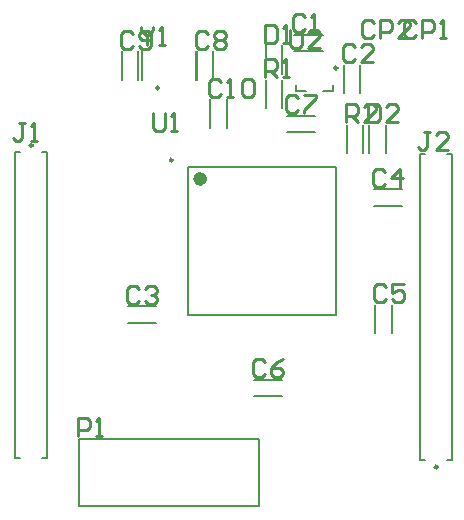
<source format=gto>
G04*
G04 #@! TF.GenerationSoftware,Altium Limited,Altium Designer,24.2.2 (26)*
G04*
G04 Layer_Color=65535*
%FSLAX44Y44*%
%MOMM*%
G71*
G04*
G04 #@! TF.SameCoordinates,DD90BFA2-8126-46E7-AA9B-D1BD1CD96E7C*
G04*
G04*
G04 #@! TF.FilePolarity,Positive*
G04*
G01*
G75*
%ADD10C,0.2500*%
%ADD11C,0.6000*%
%ADD12C,0.1524*%
%ADD13C,0.2000*%
%ADD14C,0.2540*%
D10*
X774680Y983860D02*
G03*
X774680Y983860I-1250J0D01*
G01*
X1117580Y711590D02*
G03*
X1117580Y711590I-1250J0D01*
G01*
X893260Y971470D02*
G03*
X893260Y971470I-1250J0D01*
G01*
X1032710Y1049360D02*
G03*
X1032710Y1049360I-1250J0D01*
G01*
X881770Y1032560D02*
G03*
X881770Y1032560I-1250J0D01*
G01*
D11*
X919510Y955470D02*
G03*
X919510Y955470I-3000J0D01*
G01*
D12*
X864250Y1039560D02*
Y1063560D01*
X850250Y1039560D02*
Y1063560D01*
X996380Y1077610D02*
X1020380D01*
X996380Y1063610D02*
X1020380D01*
X1038210Y1028130D02*
Y1052130D01*
X1052210Y1028130D02*
Y1052130D01*
X855410Y833740D02*
X879410D01*
X855410Y847740D02*
X879410D01*
X1063690Y946800D02*
X1087690D01*
X1063690Y932800D02*
X1087690D01*
X1078880Y824930D02*
Y848930D01*
X1064880Y824930D02*
Y848930D01*
X972170Y1015430D02*
Y1039430D01*
X986170Y1015430D02*
Y1039430D01*
X962090Y771510D02*
X986090D01*
X962090Y785510D02*
X986090D01*
X990030Y1009030D02*
X1014030D01*
X990030Y995030D02*
X1014030D01*
X927750Y1039560D02*
Y1063560D01*
X913750Y1039560D02*
Y1063560D01*
X972170Y1044640D02*
Y1068640D01*
X986170Y1044640D02*
Y1068640D01*
X925180Y998920D02*
Y1022920D01*
X939180Y998920D02*
Y1022920D01*
X1040750Y977330D02*
Y1001330D01*
X1054750Y977330D02*
Y1001330D01*
X1073800Y977200D02*
Y1001200D01*
X1059800Y977200D02*
Y1001200D01*
D13*
X782780Y977860D02*
X787130D01*
X759730D02*
X764080D01*
X759730Y718860D02*
Y977860D01*
X782780Y718860D02*
X787130D01*
X759730D02*
X764080D01*
X787130D02*
Y977860D01*
X1102630Y717590D02*
Y976590D01*
X1125680D02*
X1130030D01*
X1102630D02*
X1106980D01*
X1130030Y717590D02*
Y976590D01*
X1125680Y717590D02*
X1130030D01*
X1102630D02*
X1106980D01*
X814070Y735380D02*
X966470D01*
Y678180D02*
Y735380D01*
X814070Y678180D02*
Y735380D01*
Y678180D02*
X966470D01*
X906510Y840470D02*
Y965470D01*
X1031510Y840470D02*
Y965470D01*
X906510D02*
X1031510D01*
X906510Y840470D02*
X1031510D01*
X1028960Y1029860D02*
Y1034860D01*
X1020460Y1029860D02*
X1028960D01*
X997960D02*
Y1034860D01*
Y1029860D02*
X1006460D01*
X913270Y1039560D02*
Y1063560D01*
X867270Y1039560D02*
Y1063560D01*
D14*
X859533Y1078480D02*
X856993Y1081019D01*
X851915D01*
X849376Y1078480D01*
Y1068323D01*
X851915Y1065784D01*
X856993D01*
X859533Y1068323D01*
X864611D02*
X867150Y1065784D01*
X872229D01*
X874768Y1068323D01*
Y1078480D01*
X872229Y1081019D01*
X867150D01*
X864611Y1078480D01*
Y1075941D01*
X867150Y1073401D01*
X874768D01*
X767839Y1002787D02*
X762760D01*
X765300D01*
Y990091D01*
X762760Y987552D01*
X760221D01*
X757682Y990091D01*
X772917Y987552D02*
X777995D01*
X775456D01*
Y1002787D01*
X772917Y1000248D01*
X1110739Y995167D02*
X1105660D01*
X1108199D01*
Y982471D01*
X1105660Y979932D01*
X1103121D01*
X1100582Y982471D01*
X1125974Y979932D02*
X1115817D01*
X1125974Y990089D01*
Y992628D01*
X1123435Y995167D01*
X1118356D01*
X1115817Y992628D01*
X812800Y737870D02*
Y753105D01*
X820417D01*
X822957Y750566D01*
Y745488D01*
X820417Y742948D01*
X812800D01*
X828035Y737870D02*
X833113D01*
X830574D01*
Y753105D01*
X828035Y750566D01*
X876808Y1011677D02*
Y998981D01*
X879347Y996442D01*
X884426D01*
X886965Y998981D01*
Y1011677D01*
X892043Y996442D02*
X897121D01*
X894582D01*
Y1011677D01*
X892043Y1009138D01*
X992632Y1081273D02*
Y1068577D01*
X995171Y1066038D01*
X1000249D01*
X1002789Y1068577D01*
Y1081273D01*
X1018024Y1066038D02*
X1007867D01*
X1018024Y1076195D01*
Y1078734D01*
X1015485Y1081273D01*
X1010406D01*
X1007867Y1078734D01*
X866394Y1083813D02*
Y1081274D01*
X871472Y1076196D01*
X876551Y1081274D01*
Y1083813D01*
X871472Y1076196D02*
Y1068578D01*
X881629D02*
X886707D01*
X884168D01*
Y1083813D01*
X881629Y1081274D01*
X1005583Y1092450D02*
X1003044Y1094989D01*
X997965D01*
X995426Y1092450D01*
Y1082293D01*
X997965Y1079754D01*
X1003044D01*
X1005583Y1082293D01*
X1010661Y1079754D02*
X1015739D01*
X1013200D01*
Y1094989D01*
X1010661Y1092450D01*
X1047493Y1067050D02*
X1044954Y1069589D01*
X1039875D01*
X1037336Y1067050D01*
Y1056893D01*
X1039875Y1054354D01*
X1044954D01*
X1047493Y1056893D01*
X1062728Y1054354D02*
X1052571D01*
X1062728Y1064511D01*
Y1067050D01*
X1060189Y1069589D01*
X1055110D01*
X1052571Y1067050D01*
X864613Y862580D02*
X862074Y865119D01*
X856995D01*
X854456Y862580D01*
Y852423D01*
X856995Y849884D01*
X862074D01*
X864613Y852423D01*
X869691Y862580D02*
X872230Y865119D01*
X877309D01*
X879848Y862580D01*
Y860041D01*
X877309Y857502D01*
X874769D01*
X877309D01*
X879848Y854962D01*
Y852423D01*
X877309Y849884D01*
X872230D01*
X869691Y852423D01*
X1072893Y961640D02*
X1070353Y964179D01*
X1065275D01*
X1062736Y961640D01*
Y951483D01*
X1065275Y948944D01*
X1070353D01*
X1072893Y951483D01*
X1085589Y948944D02*
Y964179D01*
X1077971Y956562D01*
X1088128D01*
X1074163Y863850D02*
X1071624Y866389D01*
X1066545D01*
X1064006Y863850D01*
Y853693D01*
X1066545Y851154D01*
X1071624D01*
X1074163Y853693D01*
X1089398Y866389D02*
X1079241D01*
Y858772D01*
X1084319Y861311D01*
X1086859D01*
X1089398Y858772D01*
Y853693D01*
X1086859Y851154D01*
X1081780D01*
X1079241Y853693D01*
X1099309Y1087878D02*
X1096769Y1090417D01*
X1091691D01*
X1089152Y1087878D01*
Y1077721D01*
X1091691Y1075182D01*
X1096769D01*
X1099309Y1077721D01*
X1104387Y1075182D02*
Y1090417D01*
X1112005D01*
X1114544Y1087878D01*
Y1082800D01*
X1112005Y1080260D01*
X1104387D01*
X1119622Y1075182D02*
X1124700D01*
X1122161D01*
Y1090417D01*
X1119622Y1087878D01*
X971296Y1041654D02*
Y1056889D01*
X978913D01*
X981453Y1054350D01*
Y1049271D01*
X978913Y1046732D01*
X971296D01*
X976374D02*
X981453Y1041654D01*
X986531D02*
X991609D01*
X989070D01*
Y1056889D01*
X986531Y1054350D01*
X971293Y800350D02*
X968754Y802889D01*
X963675D01*
X961136Y800350D01*
Y790193D01*
X963675Y787654D01*
X968754D01*
X971293Y790193D01*
X986528Y802889D02*
X981449Y800350D01*
X976371Y795272D01*
Y790193D01*
X978910Y787654D01*
X983989D01*
X986528Y790193D01*
Y792732D01*
X983989Y795272D01*
X976371D01*
X999233Y1023870D02*
X996693Y1026409D01*
X991615D01*
X989076Y1023870D01*
Y1013713D01*
X991615Y1011174D01*
X996693D01*
X999233Y1013713D01*
X1004311Y1026409D02*
X1014468D01*
Y1023870D01*
X1004311Y1013713D01*
Y1011174D01*
X1063749Y1087878D02*
X1061209Y1090417D01*
X1056131D01*
X1053592Y1087878D01*
Y1077721D01*
X1056131Y1075182D01*
X1061209D01*
X1063749Y1077721D01*
X1068827Y1075182D02*
Y1090417D01*
X1076445D01*
X1078984Y1087878D01*
Y1082800D01*
X1076445Y1080260D01*
X1068827D01*
X1094219Y1075182D02*
X1084062D01*
X1094219Y1085339D01*
Y1087878D01*
X1091680Y1090417D01*
X1086601D01*
X1084062Y1087878D01*
X923033Y1078480D02*
X920493Y1081019D01*
X915415D01*
X912876Y1078480D01*
Y1068323D01*
X915415Y1065784D01*
X920493D01*
X923033Y1068323D01*
X928111Y1078480D02*
X930650Y1081019D01*
X935729D01*
X938268Y1078480D01*
Y1075941D01*
X935729Y1073401D01*
X938268Y1070862D01*
Y1068323D01*
X935729Y1065784D01*
X930650D01*
X928111Y1068323D01*
Y1070862D01*
X930650Y1073401D01*
X928111Y1075941D01*
Y1078480D01*
X930650Y1073401D02*
X935729D01*
X971296Y1086099D02*
Y1070864D01*
X978913D01*
X981453Y1073403D01*
Y1083560D01*
X978913Y1086099D01*
X971296D01*
X986531Y1070864D02*
X991609D01*
X989070D01*
Y1086099D01*
X986531Y1083560D01*
X934463Y1037840D02*
X931924Y1040379D01*
X926845D01*
X924306Y1037840D01*
Y1027683D01*
X926845Y1025144D01*
X931924D01*
X934463Y1027683D01*
X939541Y1025144D02*
X944619D01*
X942080D01*
Y1040379D01*
X939541Y1037840D01*
X952237D02*
X954776Y1040379D01*
X959855D01*
X962394Y1037840D01*
Y1027683D01*
X959855Y1025144D01*
X954776D01*
X952237Y1027683D01*
Y1037840D01*
X1039876Y1003554D02*
Y1018789D01*
X1047494D01*
X1050033Y1016250D01*
Y1011171D01*
X1047494Y1008632D01*
X1039876D01*
X1044954D02*
X1050033Y1003554D01*
X1065268D02*
X1055111D01*
X1065268Y1013711D01*
Y1016250D01*
X1062729Y1018789D01*
X1057650D01*
X1055111Y1016250D01*
X1058926Y1018789D02*
Y1003554D01*
X1066544D01*
X1069083Y1006093D01*
Y1016250D01*
X1066544Y1018789D01*
X1058926D01*
X1084318Y1003554D02*
X1074161D01*
X1084318Y1013711D01*
Y1016250D01*
X1081779Y1018789D01*
X1076700D01*
X1074161Y1016250D01*
M02*

</source>
